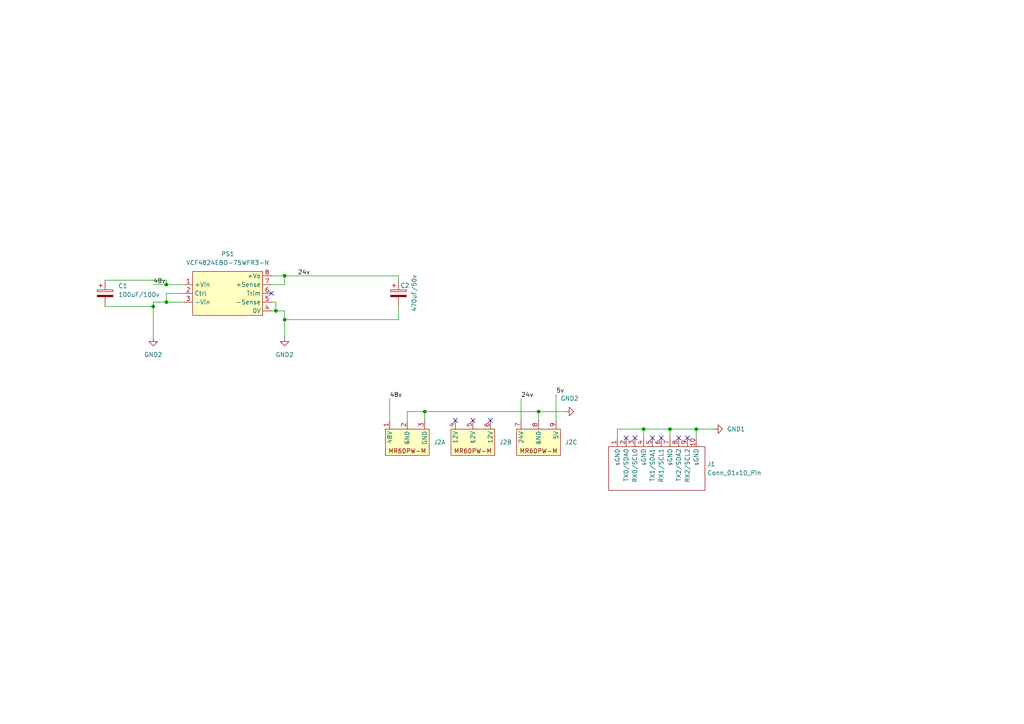
<source format=kicad_sch>
(kicad_sch (version 20231120) (generator "eeschema") (generator_version "8.0")
  (paper "A4")
  (lib_symbols
    (symbol "2024-backplane:Backplane_Card_Edge"
      (property "Reference" "J" (at -10.16 -15.24 0))
      (symbol "Backplane_Card_Edge_0_1"
        (rectangle (start -12.7 0) (end 15.24 -12.7))
      )
      (symbol "Backplane_Card_Edge_1_1"
        (pin bidirectional line (at -10.16 2.54 270) (length 2.54) (name "sGND") (number "1"))
        (pin bidirectional line (at 12.7 2.54 270) (length 2.54) (name "sGND") (number "10"))
        (pin bidirectional line (at -7.62 2.54 270) (length 2.54) (name "TX0/SDA0") (number "2"))
        (pin bidirectional line (at -5.08 2.54 270) (length 2.54) (name "RX0/SCL0") (number "3"))
        (pin bidirectional line (at -2.54 2.54 270) (length 2.54) (name "sGND") (number "4"))
        (pin bidirectional line (at 0 2.54 270) (length 2.54) (name "TX1/SDA1") (number "5"))
        (pin bidirectional line (at 2.54 2.54 270) (length 2.54) (name "RX1/SCL1") (number "6"))
        (pin bidirectional line (at 5.08 2.54 270) (length 2.54) (name "sGND") (number "7"))
        (pin bidirectional line (at 7.62 2.54 270) (length 2.54) (name "TX2/SDA2") (number "8"))
        (pin bidirectional line (at 10.16 2.54 270) (length 2.54) (name "RX2/SCL2") (number "9"))
      )
    )
    (symbol "2024-backplane:MR60PW-M_X3"
      (property "Reference" "J" (at -3.81 11.43 0))
      (symbol "MR60PW-M_X3_1_1"
        (rectangle (start -10.16 10.16) (end 2.54 2.54) (fill (type background)))
        (text "MR60PW-M\n" (at -3.81 8.89 0) (effects (font (size 1.27 1.27))))
        (pin bidirectional line (at -8.89 0 90) (length 2.54) (name "48V") (number "1"))
        (pin bidirectional line (at -3.81 0 90) (length 2.54) (name "GND") (number "2"))
        (pin bidirectional line (at 1.27 0 90) (length 2.54) (name "GND") (number "3"))
      )
      (symbol "MR60PW-M_X3_2_1"
        (rectangle (start -10.16 10.16) (end 2.54 2.54) (fill (type background)))
        (text "MR60PW-M\n" (at -3.81 8.89 0) (effects (font (size 1.27 1.27))))
        (pin bidirectional line (at -8.89 0 90) (length 2.54) (name "12V") (number "4"))
        (pin bidirectional line (at -3.81 0 90) (length 2.54) (name "12V") (number "5"))
        (pin bidirectional line (at 1.27 0 90) (length 2.54) (name "12V") (number "6"))
      )
      (symbol "MR60PW-M_X3_3_1"
        (rectangle (start -10.16 10.16) (end 2.54 2.54) (fill (type background)))
        (text "MR60PW-M\n" (at -3.81 8.89 0) (effects (font (size 1.27 1.27))))
        (pin bidirectional line (at -8.89 0 90) (length 2.54) (name "24V") (number "7"))
        (pin bidirectional line (at -3.81 0 90) (length 2.54) (name "GND") (number "8"))
        (pin bidirectional line (at 1.27 0 90) (length 2.54) (name "5V") (number "9"))
      )
    )
    (symbol "2024-power:Mornsun_VCF4824EBO-75WFR3-N"
      (property "Reference" "PS" (at -8.89 13.97 0))
      (property "Value" "VCF4824EBO-75WFR3-N" (at 0 -2.54 0))
      (symbol "Mornsun_VCF4824EBO-75WFR3-N_1_1"
        (rectangle (start -10.16 12.7) (end 10.16 0) (fill (type background)))
        (pin power_in line (at -12.7 8.89 0) (length 2.54) (name "+Vin") (number "1"))
        (pin input line (at -12.7 6.35 0) (length 2.54) (name "Ctrl") (number "2"))
        (pin power_in line (at -12.7 3.81 0) (length 2.54) (name "-Vin") (number "3"))
        (pin power_out line (at 12.7 1.27 180) (length 2.54) (name "0V") (number "4"))
        (pin power_in line (at 12.7 3.81 180) (length 2.54) (name "-Sense") (number "5"))
        (pin bidirectional line (at 12.7 6.35 180) (length 2.54) (name "Trim") (number "6"))
        (pin power_in line (at 12.7 8.89 180) (length 2.54) (name "+Sense") (number "7"))
        (pin power_out line (at 12.7 11.43 180) (length 2.54) (name "+Vo") (number "8"))
      )
    )
    (symbol "Device:C_Polarized" (pin_numbers hide) (pin_names (offset 0.254))
      (property "Reference" "C" (at 0.635 2.54 0))
      (property "Value" "C_Polarized" (at 0.635 -2.54 0))
      (symbol "C_Polarized_0_1"
        (rectangle (start -2.286 0.508) (end 2.286 1.016))
        (polyline (pts (xy -1.778 2.286) (xy -0.762 2.286)))
        (polyline (pts (xy -1.27 2.794) (xy -1.27 1.778)))
        (rectangle (start 2.286 -0.508) (end -2.286 -1.016) (fill (type outline)))
      )
      (symbol "C_Polarized_1_1"
        (pin passive line (at 0 3.81 270) (length 2.794) (name "~") (number "1"))
        (pin passive line (at 0 -3.81 90) (length 2.794) (name "~") (number "2"))
      )
    )
    (symbol "GND2_1" (power) (pin_numbers hide) (pin_names (offset 0) hide)
      (property "Value" "GND2" (at 0 -3.81 0))
      (symbol "GND2_1_0_1"
        (polyline (pts (xy 0 0) (xy 0 -1.27) (xy 1.27 -1.27) (xy 0 -2.54) (xy -1.27 -1.27) (xy 0 -1.27)))
      )
      (symbol "GND2_1_1_1"
        (pin power_in line (at 0 0 270) (length 0) (name "~") (number "1"))
      )
    )
    (symbol "GND2_2" (power) (pin_numbers hide) (pin_names (offset 0) hide)
      (property "Value" "GND2" (at 0 -3.81 0))
      (symbol "GND2_2_0_1"
        (polyline (pts (xy 0 0) (xy 0 -1.27) (xy 1.27 -1.27) (xy 0 -2.54) (xy -1.27 -1.27) (xy 0 -1.27)))
      )
      (symbol "GND2_2_1_1"
        (pin power_in line (at 0 0 270) (length 0) (name "~") (number "1"))
      )
    )
    (symbol "MR60PW-M_X3_1"
      (property "Reference" "J" (at -3.81 11.43 0))
      (symbol "MR60PW-M_X3_1_1_1"
        (rectangle (start -10.16 10.16) (end 2.54 2.54) (fill (type background)))
        (text "MR60PW-M\n" (at -3.81 8.89 0) (effects (font (size 1.27 1.27))))
        (pin bidirectional line (at -8.89 0 90) (length 2.54) (name "48V") (number "1"))
        (pin bidirectional line (at -3.81 0 90) (length 2.54) (name "GND") (number "2"))
        (pin bidirectional line (at 1.27 0 90) (length 2.54) (name "GND") (number "3"))
      )
      (symbol "MR60PW-M_X3_1_2_1"
        (rectangle (start -10.16 10.16) (end 2.54 2.54) (fill (type background)))
        (text "MR60PW-M\n" (at -3.81 8.89 0) (effects (font (size 1.27 1.27))))
        (pin bidirectional line (at -8.89 0 90) (length 2.54) (name "12V") (number "4"))
        (pin bidirectional line (at -3.81 0 90) (length 2.54) (name "12V") (number "5"))
        (pin bidirectional line (at 1.27 0 90) (length 2.54) (name "12V") (number "6"))
      )
      (symbol "MR60PW-M_X3_1_3_1"
        (rectangle (start -10.16 10.16) (end 2.54 2.54) (fill (type background)))
        (text "MR60PW-M\n" (at -3.81 8.89 0) (effects (font (size 1.27 1.27))))
        (pin bidirectional line (at -8.89 0 90) (length 2.54) (name "24V") (number "7"))
        (pin bidirectional line (at -3.81 0 90) (length 2.54) (name "GND") (number "8"))
        (pin bidirectional line (at 1.27 0 90) (length 2.54) (name "5V") (number "9"))
      )
    )
    (symbol "power:GND1" (power) (pin_names (offset 0))
      (property "Value" "GND1" (at 0 -3.81 0))
      (symbol "GND1_0_1"
        (polyline (pts (xy 0 0) (xy 0 -1.27) (xy 1.27 -1.27) (xy 0 -2.54) (xy -1.27 -1.27) (xy 0 -1.27)))
      )
      (symbol "GND1_1_1"
        (pin power_in line (at 0 0 270) (length 0) hide (name "GND1") (number "1"))
      )
    )
    (symbol "power:GND2" (power) (pin_names (offset 0))
      (property "Value" "GND2" (at 0 -3.81 0))
      (symbol "GND2_0_1"
        (polyline (pts (xy 0 0) (xy 0 -1.27) (xy 1.27 -1.27) (xy 0 -2.54) (xy -1.27 -1.27) (xy 0 -1.27)))
      )
      (symbol "GND2_1_1"
        (pin power_in line (at 0 0 270) (length 0) hide (name "GND2") (number "1"))
      )
    )
  )
  (junction (at 82.55 80.01))
  (junction (at 186.69 124.46))
  (junction (at 48.26 87.63))
  (junction (at 156.21 119.38))
  (junction (at 201.93 124.46))
  (junction (at 80.01 90.17))
  (junction (at 123.19 119.38))
  (junction (at 44.45 88.9))
  (junction (at 48.26 82.55))
  (junction (at 82.55 92.71))
  (junction (at 194.31 124.46))
  (no_connect (at 189.23 127))
  (no_connect (at 199.39 127))
  (no_connect (at 196.85 127))
  (no_connect (at 137.16 121.92))
  (no_connect (at 132.08 121.92))
  (no_connect (at 191.77 127))
  (no_connect (at 181.61 127))
  (no_connect (at 78.74 85.09))
  (no_connect (at 142.24 121.92))
  (no_connect (at 184.15 127))
  (wire (pts (xy 30.48 81.28) (xy 48.26 81.28)))
  (wire (pts (xy 78.74 87.63) (xy 80.01 87.63)))
  (wire (pts (xy 80.01 90.17) (xy 82.55 90.17)))
  (wire (pts (xy 118.11 119.38) (xy 123.19 119.38)))
  (wire (pts (xy 118.11 119.38) (xy 118.11 121.92)))
  (wire (pts (xy 194.31 124.46) (xy 201.93 124.46)))
  (wire (pts (xy 179.07 124.46) (xy 186.69 124.46)))
  (wire (pts (xy 115.57 81.28) (xy 115.57 80.01)))
  (wire (pts (xy 48.26 82.55) (xy 53.34 82.55)))
  (wire (pts (xy 115.57 88.9) (xy 115.57 92.71)))
  (wire (pts (xy 123.19 119.38) (xy 156.21 119.38)))
  (wire (pts (xy 156.21 119.38) (xy 156.21 121.92)))
  (wire (pts (xy 82.55 92.71) (xy 115.57 92.71)))
  (wire (pts (xy 151.13 115.57) (xy 151.13 121.92)))
  (wire (pts (xy 179.07 127) (xy 179.07 124.46)))
  (wire (pts (xy 78.74 90.17) (xy 80.01 90.17)))
  (wire (pts (xy 44.45 87.63) (xy 44.45 88.9)))
  (wire (pts (xy 161.29 114.3) (xy 161.29 121.92)))
  (wire (pts (xy 186.69 127) (xy 186.69 124.46)))
  (wire (pts (xy 78.74 82.55) (xy 82.55 82.55)))
  (wire (pts (xy 78.74 80.01) (xy 82.55 80.01)))
  (wire (pts (xy 30.48 88.9) (xy 44.45 88.9)))
  (wire (pts (xy 48.26 85.09) (xy 48.26 87.63)))
  (wire (pts (xy 201.93 124.46) (xy 207.01 124.46)))
  (wire (pts (xy 80.01 87.63) (xy 80.01 90.17)))
  (wire (pts (xy 113.03 115.57) (xy 113.03 121.92)))
  (wire (pts (xy 123.19 121.92) (xy 123.19 119.38)))
  (wire (pts (xy 201.93 127) (xy 201.93 124.46)))
  (wire (pts (xy 156.21 119.38) (xy 163.83 119.38)))
  (wire (pts (xy 82.55 90.17) (xy 82.55 92.71)))
  (wire (pts (xy 82.55 80.01) (xy 115.57 80.01)))
  (wire (pts (xy 82.55 82.55) (xy 82.55 80.01)))
  (wire (pts (xy 82.55 92.71) (xy 82.55 97.79)))
  (wire (pts (xy 186.69 124.46) (xy 194.31 124.46)))
  (wire (pts (xy 53.34 85.09) (xy 48.26 85.09)))
  (wire (pts (xy 44.45 82.55) (xy 48.26 82.55)))
  (wire (pts (xy 48.26 81.28) (xy 48.26 82.55)))
  (wire (pts (xy 194.31 127) (xy 194.31 124.46)))
  (wire (pts (xy 53.34 87.63) (xy 48.26 87.63)))
  (wire (pts (xy 48.26 87.63) (xy 44.45 87.63)))
  (wire (pts (xy 44.45 88.9) (xy 44.45 97.79)))
  (label "5v" (at 161.29 114.3 0))
  (label "48v" (at 113.03 115.57 0))
  (label "24v" (at 86.36 80.01 0))
  (label "24v" (at 151.13 115.57 0))
  (label "48v" (at 44.45 82.55 0))
  (symbol (lib_id "2024-power:Mornsun_VCF4824EBO-75WFR3-N") (at 66.04 91.44 0) (unit 1)
    (property "Reference" "PS1" (at 66.04 73.66 0))
    (property "Value" "VCF4824EBO-75WFR3-N" (at 66.04 76.2 0))
    (property "Footprint" "2024-power:Mornsun VCF4824EBO-75WFR3-N" (effects (hide yes)))
    (property "Datasheet" "https://www.mornsun-power.com/html/pdf/VCF4824EBO-75WR3-N.html" (effects (hide yes)))
  )
  (symbol (lib_id "Device:C_Polarized") (at 115.57 85.09 0) (unit 1)
    (property "Reference" "C2" (at 116.078 82.804 0) (effects (justify left)))
    (property "Value" "470uF/50v" (at 120.142 90.424 90) (effects (justify left)))
    (property "Datasheet" "https://www.vishay.com/docs/28395/150crz.pdf" (effects (hide yes)))
    (property "Description" "Polarized capacitor" (effects (hide yes)))
    (property "PN" "MAL215099913E3" (effects (hide yes)))
  )
  (symbol (lib_name "MR60PW-M_X3_1") (lib_id "2024-backplane:MR60PW-M_X3") (at 121.92 121.92 0) (mirror x) (unit 1)
    (property "Reference" "J2" (at 125.73 128.27 0) (effects (justify left)))
    (property "Value" "~" (at 118.11 128.27 0))
    (property "Footprint" "2024-backplane:MR60PW-M_X3" (effects (hide yes)))
    (property "Datasheet" "https://www.tme.com/Document/fd4b3517709a946d7b01cf4810656931/MR60PW-M.pdf" (effects (hide yes)))
  )
  (symbol (lib_id "2024-backplane:MR60PW-M_X3") (at 140.97 121.92 0) (mirror x) (unit 2)
    (property "Reference" "J2" (at 144.78 128.27 0) (effects (justify left)))
    (property "Value" "~" (at 137.16 128.27 0))
    (property "Footprint" "2024-backplane:MR60PW-M_X3" (effects (hide yes)))
    (property "Datasheet" "https://www.tme.com/Document/fd4b3517709a946d7b01cf4810656931/MR60PW-M.pdf" (effects (hide yes)))
  )
  (symbol (lib_name "GND2_2") (lib_id "power:GND2") (at 44.45 97.79 0) (unit 1)
    (property "Reference" "#PWR04" (effects (hide yes)))
    (property "Value" "GND2" (at 44.45 102.87 0))
    (property "Description" "Power symbol creates a global label with name \"GND2\" , ground" (effects (hide yes)))
  )
  (symbol (lib_id "2024-backplane:Backplane_Card_Edge") (at 189.23 129.54 0) (unit 1)
    (property "Reference" "J1" (at 205.105 134.62 0) (effects (justify left)))
    (property "Value" "Conn_01x10_Pin" (at 205.105 137.16 0) (effects (justify left)))
    (property "Footprint" "2024-backplane:CardEdge_2x10" (effects (hide yes)))
  )
  (symbol (lib_name "GND2_1") (lib_id "power:GND2") (at 82.55 97.79 0) (unit 1)
    (property "Reference" "#PWR03" (effects (hide yes)))
    (property "Value" "GND2" (at 82.55 102.87 0))
    (property "Description" "Power symbol creates a global label with name \"GND2\" , ground" (effects (hide yes)))
  )
  (symbol (lib_id "2024-backplane:MR60PW-M_X3") (at 160.02 121.92 0) (mirror x) (unit 3)
    (property "Reference" "J2" (at 163.83 128.27 0) (effects (justify left)))
    (property "Value" "~" (at 156.21 128.27 0))
    (property "Footprint" "2024-backplane:MR60PW-M_X3" (effects (hide yes)))
    (property "Datasheet" "https://www.tme.com/Document/fd4b3517709a946d7b01cf4810656931/MR60PW-M.pdf" (effects (hide yes)))
  )
  (symbol (lib_id "Device:C_Polarized") (at 30.48 85.09 0) (unit 1)
    (property "Reference" "C1" (at 34.29 82.9309 0) (effects (justify left)))
    (property "Value" "100uF/100v" (at 34.29 85.4709 0) (effects (justify left)))
    (property "Description" "Polarized capacitor" (effects (hide yes)))
  )
  (symbol (lib_id "power:GND1") (at 207.01 124.46 90) (unit 1)
    (property "Reference" "#PWR01" (effects (hide yes)))
    (property "Value" "GND1" (at 210.82 124.46 90) (effects (justify right)))
  )
  (symbol (lib_id "power:GND2") (at 163.83 119.38 90) (unit 1)
    (property "Reference" "#PWR02" (effects (hide yes)))
    (property "Value" "GND2" (at 162.56 115.57 90) (effects (justify right)))
  )
)
</source>
